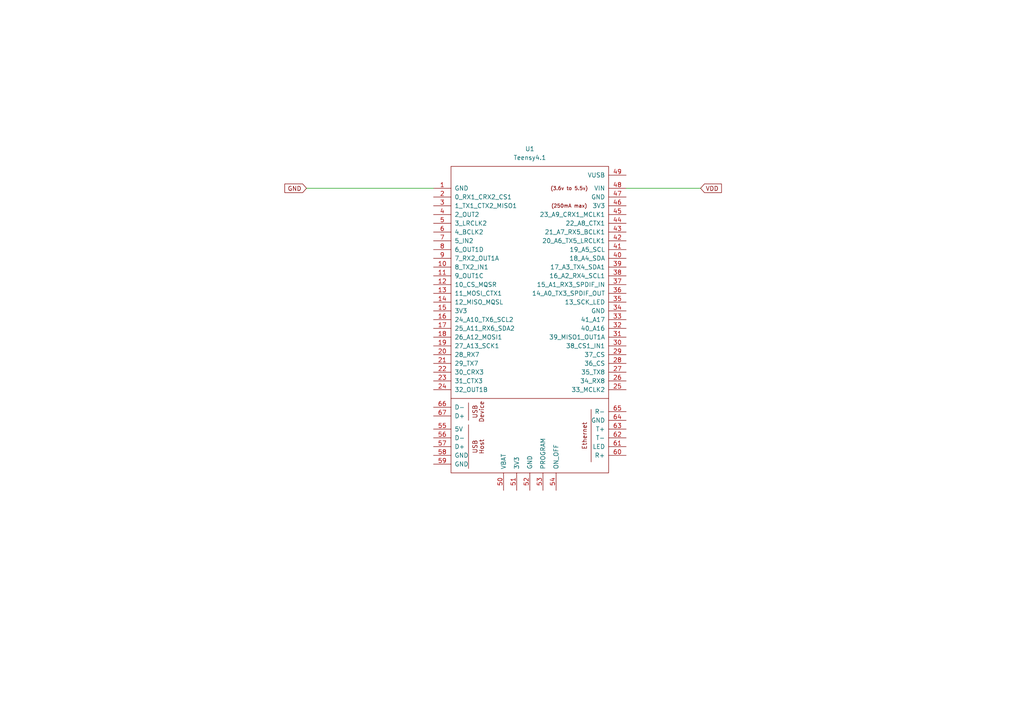
<source format=kicad_sch>
(kicad_sch (version 20211123) (generator eeschema)

  (uuid 5c907ee1-e15e-4496-aa6b-d033c9b49917)

  (paper "A4")

  (title_block
    (title "Data Acquisition Board MCU Heirarchical Sheet")
    (date "2022-09-06")
    (rev "1.0")
  )

  (lib_symbols
    (symbol "teensy:Teensy4.1" (pin_names (offset 1.016)) (in_bom yes) (on_board yes)
      (property "Reference" "U" (id 0) (at 0 64.77 0)
        (effects (font (size 1.27 1.27)))
      )
      (property "Value" "Teensy4.1" (id 1) (at 0 62.23 0)
        (effects (font (size 1.27 1.27)))
      )
      (property "Footprint" "" (id 2) (at -10.16 10.16 0)
        (effects (font (size 1.27 1.27)) hide)
      )
      (property "Datasheet" "" (id 3) (at -10.16 10.16 0)
        (effects (font (size 1.27 1.27)) hide)
      )
      (symbol "Teensy4.1_0_0"
        (polyline
          (pts
            (xy -22.86 -6.35)
            (xy 22.86 -6.35)
          )
          (stroke (width 0) (type default) (color 0 0 0 0))
          (fill (type none))
        )
        (polyline
          (pts
            (xy -17.78 -26.67)
            (xy -17.78 -13.97)
          )
          (stroke (width 0) (type default) (color 0 0 0 0))
          (fill (type none))
        )
        (polyline
          (pts
            (xy -17.78 -7.62)
            (xy -17.78 -12.7)
          )
          (stroke (width 0) (type default) (color 0 0 0 0))
          (fill (type none))
        )
        (polyline
          (pts
            (xy 17.78 -9.525)
            (xy 17.78 -24.765)
          )
          (stroke (width 0) (type default) (color 0 0 0 0))
          (fill (type none))
        )
        (text "(250mA max)" (at 11.43 49.53 0)
          (effects (font (size 1.016 1.016)))
        )
        (text "(3.6v to 5.5v)" (at 11.43 54.61 0)
          (effects (font (size 1.016 1.016)))
        )
        (text "Device" (at -13.97 -10.16 900)
          (effects (font (size 1.27 1.27)))
        )
        (text "Ethernet" (at 15.875 -17.145 900)
          (effects (font (size 1.27 1.27)))
        )
        (text "Host" (at -13.97 -20.32 900)
          (effects (font (size 1.27 1.27)))
        )
        (text "USB" (at -15.875 -20.32 900)
          (effects (font (size 1.27 1.27)))
        )
        (text "USB" (at -15.875 -10.16 900)
          (effects (font (size 1.27 1.27)))
        )
        (pin bidirectional line (at -27.94 31.75 0) (length 5.08)
          (name "8_TX2_IN1" (effects (font (size 1.27 1.27))))
          (number "10" (effects (font (size 1.27 1.27))))
        )
        (pin bidirectional line (at -27.94 29.21 0) (length 5.08)
          (name "9_OUT1C" (effects (font (size 1.27 1.27))))
          (number "11" (effects (font (size 1.27 1.27))))
        )
        (pin bidirectional line (at -27.94 26.67 0) (length 5.08)
          (name "10_CS_MQSR" (effects (font (size 1.27 1.27))))
          (number "12" (effects (font (size 1.27 1.27))))
        )
        (pin bidirectional line (at -27.94 24.13 0) (length 5.08)
          (name "11_MOSI_CTX1" (effects (font (size 1.27 1.27))))
          (number "13" (effects (font (size 1.27 1.27))))
        )
        (pin bidirectional line (at -27.94 21.59 0) (length 5.08)
          (name "12_MISO_MQSL" (effects (font (size 1.27 1.27))))
          (number "14" (effects (font (size 1.27 1.27))))
        )
        (pin power_in line (at -27.94 19.05 0) (length 5.08)
          (name "3V3" (effects (font (size 1.27 1.27))))
          (number "15" (effects (font (size 1.27 1.27))))
        )
        (pin bidirectional line (at -27.94 16.51 0) (length 5.08)
          (name "24_A10_TX6_SCL2" (effects (font (size 1.27 1.27))))
          (number "16" (effects (font (size 1.27 1.27))))
        )
        (pin bidirectional line (at -27.94 13.97 0) (length 5.08)
          (name "25_A11_RX6_SDA2" (effects (font (size 1.27 1.27))))
          (number "17" (effects (font (size 1.27 1.27))))
        )
        (pin bidirectional line (at -27.94 11.43 0) (length 5.08)
          (name "26_A12_MOSI1" (effects (font (size 1.27 1.27))))
          (number "18" (effects (font (size 1.27 1.27))))
        )
        (pin bidirectional line (at -27.94 8.89 0) (length 5.08)
          (name "27_A13_SCK1" (effects (font (size 1.27 1.27))))
          (number "19" (effects (font (size 1.27 1.27))))
        )
        (pin bidirectional line (at -27.94 6.35 0) (length 5.08)
          (name "28_RX7" (effects (font (size 1.27 1.27))))
          (number "20" (effects (font (size 1.27 1.27))))
        )
        (pin bidirectional line (at -27.94 3.81 0) (length 5.08)
          (name "29_TX7" (effects (font (size 1.27 1.27))))
          (number "21" (effects (font (size 1.27 1.27))))
        )
        (pin bidirectional line (at -27.94 1.27 0) (length 5.08)
          (name "30_CRX3" (effects (font (size 1.27 1.27))))
          (number "22" (effects (font (size 1.27 1.27))))
        )
        (pin bidirectional line (at -27.94 -1.27 0) (length 5.08)
          (name "31_CTX3" (effects (font (size 1.27 1.27))))
          (number "23" (effects (font (size 1.27 1.27))))
        )
        (pin bidirectional line (at -27.94 -3.81 0) (length 5.08)
          (name "32_OUT1B" (effects (font (size 1.27 1.27))))
          (number "24" (effects (font (size 1.27 1.27))))
        )
        (pin bidirectional line (at 27.94 -3.81 180) (length 5.08)
          (name "33_MCLK2" (effects (font (size 1.27 1.27))))
          (number "25" (effects (font (size 1.27 1.27))))
        )
        (pin bidirectional line (at 27.94 -1.27 180) (length 5.08)
          (name "34_RX8" (effects (font (size 1.27 1.27))))
          (number "26" (effects (font (size 1.27 1.27))))
        )
        (pin bidirectional line (at 27.94 1.27 180) (length 5.08)
          (name "35_TX8" (effects (font (size 1.27 1.27))))
          (number "27" (effects (font (size 1.27 1.27))))
        )
        (pin bidirectional line (at 27.94 3.81 180) (length 5.08)
          (name "36_CS" (effects (font (size 1.27 1.27))))
          (number "28" (effects (font (size 1.27 1.27))))
        )
        (pin bidirectional line (at 27.94 6.35 180) (length 5.08)
          (name "37_CS" (effects (font (size 1.27 1.27))))
          (number "29" (effects (font (size 1.27 1.27))))
        )
        (pin bidirectional line (at 27.94 8.89 180) (length 5.08)
          (name "38_CS1_IN1" (effects (font (size 1.27 1.27))))
          (number "30" (effects (font (size 1.27 1.27))))
        )
        (pin bidirectional line (at 27.94 11.43 180) (length 5.08)
          (name "39_MISO1_OUT1A" (effects (font (size 1.27 1.27))))
          (number "31" (effects (font (size 1.27 1.27))))
        )
        (pin bidirectional line (at 27.94 13.97 180) (length 5.08)
          (name "40_A16" (effects (font (size 1.27 1.27))))
          (number "32" (effects (font (size 1.27 1.27))))
        )
        (pin bidirectional line (at 27.94 16.51 180) (length 5.08)
          (name "41_A17" (effects (font (size 1.27 1.27))))
          (number "33" (effects (font (size 1.27 1.27))))
        )
        (pin bidirectional line (at 27.94 21.59 180) (length 5.08)
          (name "13_SCK_LED" (effects (font (size 1.27 1.27))))
          (number "35" (effects (font (size 1.27 1.27))))
        )
        (pin bidirectional line (at 27.94 24.13 180) (length 5.08)
          (name "14_A0_TX3_SPDIF_OUT" (effects (font (size 1.27 1.27))))
          (number "36" (effects (font (size 1.27 1.27))))
        )
        (pin bidirectional line (at 27.94 26.67 180) (length 5.08)
          (name "15_A1_RX3_SPDIF_IN" (effects (font (size 1.27 1.27))))
          (number "37" (effects (font (size 1.27 1.27))))
        )
        (pin bidirectional line (at 27.94 29.21 180) (length 5.08)
          (name "16_A2_RX4_SCL1" (effects (font (size 1.27 1.27))))
          (number "38" (effects (font (size 1.27 1.27))))
        )
        (pin bidirectional line (at 27.94 31.75 180) (length 5.08)
          (name "17_A3_TX4_SDA1" (effects (font (size 1.27 1.27))))
          (number "39" (effects (font (size 1.27 1.27))))
        )
        (pin bidirectional line (at 27.94 34.29 180) (length 5.08)
          (name "18_A4_SDA" (effects (font (size 1.27 1.27))))
          (number "40" (effects (font (size 1.27 1.27))))
        )
        (pin bidirectional line (at 27.94 36.83 180) (length 5.08)
          (name "19_A5_SCL" (effects (font (size 1.27 1.27))))
          (number "41" (effects (font (size 1.27 1.27))))
        )
        (pin bidirectional line (at 27.94 39.37 180) (length 5.08)
          (name "20_A6_TX5_LRCLK1" (effects (font (size 1.27 1.27))))
          (number "42" (effects (font (size 1.27 1.27))))
        )
        (pin bidirectional line (at 27.94 41.91 180) (length 5.08)
          (name "21_A7_RX5_BCLK1" (effects (font (size 1.27 1.27))))
          (number "43" (effects (font (size 1.27 1.27))))
        )
        (pin bidirectional line (at 27.94 44.45 180) (length 5.08)
          (name "22_A8_CTX1" (effects (font (size 1.27 1.27))))
          (number "44" (effects (font (size 1.27 1.27))))
        )
        (pin bidirectional line (at 27.94 46.99 180) (length 5.08)
          (name "23_A9_CRX1_MCLK1" (effects (font (size 1.27 1.27))))
          (number "45" (effects (font (size 1.27 1.27))))
        )
        (pin output line (at 27.94 49.53 180) (length 5.08)
          (name "3V3" (effects (font (size 1.27 1.27))))
          (number "46" (effects (font (size 1.27 1.27))))
        )
        (pin output line (at 27.94 52.07 180) (length 5.08)
          (name "GND" (effects (font (size 1.27 1.27))))
          (number "47" (effects (font (size 1.27 1.27))))
        )
        (pin power_in line (at 27.94 54.61 180) (length 5.08)
          (name "VIN" (effects (font (size 1.27 1.27))))
          (number "48" (effects (font (size 1.27 1.27))))
        )
        (pin power_out line (at 27.94 58.42 180) (length 5.08)
          (name "VUSB" (effects (font (size 1.27 1.27))))
          (number "49" (effects (font (size 1.27 1.27))))
        )
        (pin bidirectional line (at -27.94 44.45 0) (length 5.08)
          (name "3_LRCLK2" (effects (font (size 1.27 1.27))))
          (number "5" (effects (font (size 1.27 1.27))))
        )
        (pin power_in line (at -7.62 -33.02 90) (length 5.08)
          (name "VBAT" (effects (font (size 1.27 1.27))))
          (number "50" (effects (font (size 1.27 1.27))))
        )
        (pin power_in line (at -3.81 -33.02 90) (length 5.08)
          (name "3V3" (effects (font (size 1.27 1.27))))
          (number "51" (effects (font (size 1.27 1.27))))
        )
        (pin input line (at 0 -33.02 90) (length 5.08)
          (name "GND" (effects (font (size 1.27 1.27))))
          (number "52" (effects (font (size 1.27 1.27))))
        )
        (pin input line (at 3.81 -33.02 90) (length 5.08)
          (name "PROGRAM" (effects (font (size 1.27 1.27))))
          (number "53" (effects (font (size 1.27 1.27))))
        )
        (pin input line (at 7.62 -33.02 90) (length 5.08)
          (name "ON_OFF" (effects (font (size 1.27 1.27))))
          (number "54" (effects (font (size 1.27 1.27))))
        )
        (pin power_out line (at -27.94 -15.24 0) (length 5.08)
          (name "5V" (effects (font (size 1.27 1.27))))
          (number "55" (effects (font (size 1.27 1.27))))
        )
        (pin bidirectional line (at -27.94 -17.78 0) (length 5.08)
          (name "D-" (effects (font (size 1.27 1.27))))
          (number "56" (effects (font (size 1.27 1.27))))
        )
        (pin bidirectional line (at -27.94 -20.32 0) (length 5.08)
          (name "D+" (effects (font (size 1.27 1.27))))
          (number "57" (effects (font (size 1.27 1.27))))
        )
        (pin power_in line (at -27.94 -22.86 0) (length 5.08)
          (name "GND" (effects (font (size 1.27 1.27))))
          (number "58" (effects (font (size 1.27 1.27))))
        )
        (pin power_in line (at -27.94 -25.4 0) (length 5.08)
          (name "GND" (effects (font (size 1.27 1.27))))
          (number "59" (effects (font (size 1.27 1.27))))
        )
        (pin bidirectional line (at -27.94 41.91 0) (length 5.08)
          (name "4_BCLK2" (effects (font (size 1.27 1.27))))
          (number "6" (effects (font (size 1.27 1.27))))
        )
        (pin bidirectional line (at 27.94 -22.86 180) (length 5.08)
          (name "R+" (effects (font (size 1.27 1.27))))
          (number "60" (effects (font (size 1.27 1.27))))
        )
        (pin bidirectional line (at 27.94 -20.32 180) (length 5.08)
          (name "LED" (effects (font (size 1.27 1.27))))
          (number "61" (effects (font (size 1.27 1.27))))
        )
        (pin bidirectional line (at 27.94 -17.78 180) (length 5.08)
          (name "T-" (effects (font (size 1.27 1.27))))
          (number "62" (effects (font (size 1.27 1.27))))
        )
        (pin bidirectional line (at 27.94 -15.24 180) (length 5.08)
          (name "T+" (effects (font (size 1.27 1.27))))
          (number "63" (effects (font (size 1.27 1.27))))
        )
        (pin power_in line (at 27.94 -12.7 180) (length 5.08)
          (name "GND" (effects (font (size 1.27 1.27))))
          (number "64" (effects (font (size 1.27 1.27))))
        )
        (pin bidirectional line (at 27.94 -10.16 180) (length 5.08)
          (name "R-" (effects (font (size 1.27 1.27))))
          (number "65" (effects (font (size 1.27 1.27))))
        )
        (pin bidirectional line (at -27.94 -8.89 0) (length 5.08)
          (name "D-" (effects (font (size 1.27 1.27))))
          (number "66" (effects (font (size 1.27 1.27))))
        )
        (pin bidirectional line (at -27.94 -11.43 0) (length 5.08)
          (name "D+" (effects (font (size 1.27 1.27))))
          (number "67" (effects (font (size 1.27 1.27))))
        )
        (pin bidirectional line (at -27.94 39.37 0) (length 5.08)
          (name "5_IN2" (effects (font (size 1.27 1.27))))
          (number "7" (effects (font (size 1.27 1.27))))
        )
        (pin bidirectional line (at -27.94 36.83 0) (length 5.08)
          (name "6_OUT1D" (effects (font (size 1.27 1.27))))
          (number "8" (effects (font (size 1.27 1.27))))
        )
        (pin bidirectional line (at -27.94 34.29 0) (length 5.08)
          (name "7_RX2_OUT1A" (effects (font (size 1.27 1.27))))
          (number "9" (effects (font (size 1.27 1.27))))
        )
      )
      (symbol "Teensy4.1_0_1"
        (rectangle (start -22.86 60.96) (end 22.86 -27.94)
          (stroke (width 0) (type default) (color 0 0 0 0))
          (fill (type none))
        )
        (rectangle (start -20.32 -1.27) (end -20.32 -1.27)
          (stroke (width 0) (type default) (color 0 0 0 0))
          (fill (type none))
        )
      )
      (symbol "Teensy4.1_1_1"
        (pin power_in line (at -27.94 54.61 0) (length 5.08)
          (name "GND" (effects (font (size 1.27 1.27))))
          (number "1" (effects (font (size 1.27 1.27))))
        )
        (pin bidirectional line (at -27.94 52.07 0) (length 5.08)
          (name "0_RX1_CRX2_CS1" (effects (font (size 1.27 1.27))))
          (number "2" (effects (font (size 1.27 1.27))))
        )
        (pin bidirectional line (at -27.94 49.53 0) (length 5.08)
          (name "1_TX1_CTX2_MISO1" (effects (font (size 1.27 1.27))))
          (number "3" (effects (font (size 1.27 1.27))))
        )
        (pin power_in line (at 27.94 19.05 180) (length 5.08)
          (name "GND" (effects (font (size 1.27 1.27))))
          (number "34" (effects (font (size 1.27 1.27))))
        )
        (pin bidirectional line (at -27.94 46.99 0) (length 5.08)
          (name "2_OUT2" (effects (font (size 1.27 1.27))))
          (number "4" (effects (font (size 1.27 1.27))))
        )
      )
    )
  )


  (wire (pts (xy 88.9 54.61) (xy 125.73 54.61))
    (stroke (width 0) (type default) (color 0 0 0 0))
    (uuid b4baf086-0b76-467f-a0cc-ca05b6f11161)
  )
  (wire (pts (xy 181.61 54.61) (xy 203.2 54.61))
    (stroke (width 0) (type default) (color 0 0 0 0))
    (uuid e710f5c1-0e41-4717-bf8b-c0ceaa411028)
  )

  (global_label "GND" (shape input) (at 88.9 54.61 180) (fields_autoplaced)
    (effects (font (size 1.27 1.27)) (justify right))
    (uuid 2bd7b76f-8ce2-445d-998d-625c8c2ade0d)
    (property "Intersheet References" "${INTERSHEET_REFS}" (id 0) (at 82.6164 54.5306 0)
      (effects (font (size 1.27 1.27)) (justify right) hide)
    )
  )
  (global_label "VDD" (shape input) (at 203.2 54.61 0) (fields_autoplaced)
    (effects (font (size 1.27 1.27)) (justify left))
    (uuid beccca82-727c-4649-b70a-2cb3bcf385c6)
    (property "Intersheet References" "${INTERSHEET_REFS}" (id 0) (at 209.2417 54.5306 0)
      (effects (font (size 1.27 1.27)) (justify left) hide)
    )
  )

  (symbol (lib_id "teensy:Teensy4.1") (at 153.67 109.22 0) (unit 1)
    (in_bom yes) (on_board yes) (fields_autoplaced)
    (uuid ccc3b680-1847-4d48-b7ce-a91fc200de94)
    (property "Reference" "U1" (id 0) (at 153.67 43.18 0))
    (property "Value" "Teensy4.1" (id 1) (at 153.67 45.72 0))
    (property "Footprint" "" (id 2) (at 143.51 99.06 0)
      (effects (font (size 1.27 1.27)) hide)
    )
    (property "Datasheet" "" (id 3) (at 143.51 99.06 0)
      (effects (font (size 1.27 1.27)) hide)
    )
    (pin "10" (uuid 258db948-782a-4547-b046-8982d92bbd0d))
    (pin "11" (uuid ddf7268a-6aa1-42dd-9822-3d0fdf1cfe17))
    (pin "12" (uuid ee76eca5-8795-4d6f-a0e8-7826eed82e03))
    (pin "13" (uuid 99733c9a-f58c-4cd8-a663-356d4cfdadcd))
    (pin "14" (uuid 1df13694-c792-4d62-859b-71f18df75bc4))
    (pin "15" (uuid 3228c2d9-5838-476b-9de8-3b24ea8bb725))
    (pin "16" (uuid 9ccbec67-4d5d-4446-a5b7-9e20256752c3))
    (pin "17" (uuid 1293e5e9-a241-4ef4-826b-4d231283ac55))
    (pin "18" (uuid 3da46529-a802-4575-94df-7f23cd7f10c9))
    (pin "19" (uuid b1abe270-63b4-4754-bb27-9492c88e45c4))
    (pin "20" (uuid 8d376bfd-4613-4b9d-9ebb-90fc9bb2f575))
    (pin "21" (uuid 23a21b06-78b0-4fc7-887b-0644f4c23ddb))
    (pin "22" (uuid 60fe5980-3e45-4ac0-83db-d7b406e5b354))
    (pin "23" (uuid 2a2d51d4-5512-49dd-92ea-68692e21d9d2))
    (pin "24" (uuid 399fe0c2-2fe6-46d7-86ec-0566b573b893))
    (pin "25" (uuid c8288861-db6b-4559-8fd1-19fcb81b0809))
    (pin "26" (uuid bd7b35de-d258-4924-8830-7d04f28bca41))
    (pin "27" (uuid 309e062f-078a-4efc-9cb3-df2da175e957))
    (pin "28" (uuid 046100eb-44db-4b72-9651-4f422f96162d))
    (pin "29" (uuid 331e98ee-8a73-47ab-9533-8d00e034f092))
    (pin "30" (uuid e0086736-58d6-4cf3-be2d-05e171ffb8dd))
    (pin "31" (uuid 863daa04-611f-4f13-819f-955dc84d4104))
    (pin "32" (uuid 3c8d508a-46af-4660-b1e6-f976c56da69b))
    (pin "33" (uuid 5268f2eb-4307-41f8-8486-b8a76324b427))
    (pin "35" (uuid d0b18b81-6ca3-4fc3-98c1-4f35111cc303))
    (pin "36" (uuid 9a8f793c-4750-47ca-912b-5f5e8081e7c1))
    (pin "37" (uuid 31bf47a4-2fef-41c8-b275-c94ff26626c3))
    (pin "38" (uuid 83d510f5-0acf-41a2-a914-ed23c81c0aff))
    (pin "39" (uuid 2d584a26-04fc-4c01-b2ab-4a88ef7743dd))
    (pin "40" (uuid 07715377-8495-4bae-9d5f-ef4f7575633c))
    (pin "41" (uuid 889b4d7a-73f3-4eb9-aa73-ec490efca1ec))
    (pin "42" (uuid 9dcb2287-87cb-4c5d-ac5e-77fa3e4b427d))
    (pin "43" (uuid 62b3972f-5fb7-4dc6-a028-15b0a8d3f87d))
    (pin "44" (uuid 5a461bfc-ce7f-4226-9f3f-e2a0666ee046))
    (pin "45" (uuid 6b301954-e008-410c-b0ba-b83832dc81b4))
    (pin "46" (uuid 5f054561-57cc-446f-976c-1e9c15457bc0))
    (pin "47" (uuid 5dfac704-d853-4e0f-ac06-d79099a04411))
    (pin "48" (uuid b19d7da7-bba2-4d6b-a2ea-e1e55467837f))
    (pin "49" (uuid 425f03af-7110-4c7e-a2db-067b0e5a95df))
    (pin "5" (uuid 925638ac-0b9a-4a67-ba3b-b5a537f3ad97))
    (pin "50" (uuid 01142ef2-fea5-40b9-bfad-a66e0da450df))
    (pin "51" (uuid 2c8bd749-8698-4759-9657-a7824706add0))
    (pin "52" (uuid 4bdc330a-eb94-4a32-922d-86292a598ef4))
    (pin "53" (uuid 7304d19a-6be9-4ef7-9d8d-d891bc3cbcca))
    (pin "54" (uuid 82265b7a-8662-4124-91cd-fb15de39ad08))
    (pin "55" (uuid 5a1ea5f5-75a3-4409-a878-674fad2ff532))
    (pin "56" (uuid 6084d19f-0179-47a6-9c16-293761a02492))
    (pin "57" (uuid ffb10e72-04e9-4103-8c93-1ff860fa706d))
    (pin "58" (uuid d7b54e19-62c2-4473-a59d-2efbd5f2f0bf))
    (pin "59" (uuid 400741a0-e404-4d75-a8b7-2af688718822))
    (pin "6" (uuid 51923363-527e-44da-bdba-988275af3a1c))
    (pin "60" (uuid 27d35263-a480-47e0-9bc0-710666122f8a))
    (pin "61" (uuid 5b50c1cd-99b0-49e6-a0d3-3ee432a6cb3a))
    (pin "62" (uuid 6f6707dd-29f2-45f8-8110-a7c52014d6c8))
    (pin "63" (uuid 627692eb-d382-445b-b27c-2a8fe2c0b37d))
    (pin "64" (uuid 5a36f792-8433-44fe-89bb-35a2fb2afd79))
    (pin "65" (uuid 0f523b5e-6393-4bd6-90de-d11a8d641570))
    (pin "66" (uuid d32417bb-785b-40b4-9b91-0b8eb455a865))
    (pin "67" (uuid fc1fdb6b-1bfe-4c9b-9aa9-4f61c1dd1183))
    (pin "7" (uuid 9e98d644-a98c-49ba-9495-fe9b4c4a11ce))
    (pin "8" (uuid eb71e682-db1b-4a15-bc7e-e48d59cf4f9c))
    (pin "9" (uuid e6e71878-1741-4969-880f-04e51e29cc76))
    (pin "1" (uuid f8037cb4-83c4-4c51-a245-ff45432b20bf))
    (pin "2" (uuid f7aa654a-6bdc-4d42-a2e6-3840a4c8b355))
    (pin "3" (uuid c87a39db-0e12-4665-833e-2a63df4225f2))
    (pin "34" (uuid b4bbf4d0-e43c-45c3-8569-8c7f1219b28f))
    (pin "4" (uuid b457a6be-4116-40d5-a220-10c1a024ee0b))
  )

  (sheet_instances
    (path "/" (page "1"))
  )

  (symbol_instances
    (path "/ccc3b680-1847-4d48-b7ce-a91fc200de94"
      (reference "U1") (unit 1) (value "Teensy4.1") (footprint "")
    )
  )
)

</source>
